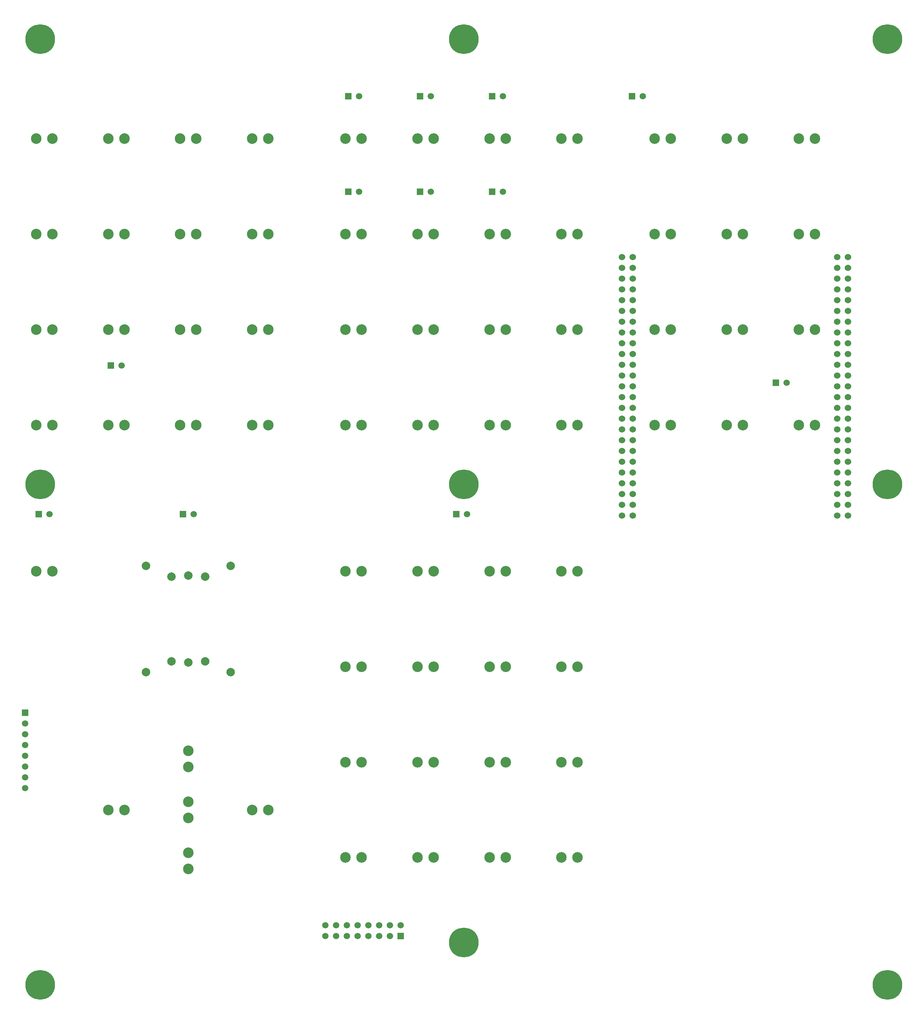
<source format=gbr>
%TF.GenerationSoftware,Altium Limited,Altium Designer,20.2.5 (213)*%
G04 Layer_Color=255*
%FSLAX45Y45*%
%MOMM*%
%TF.SameCoordinates,662F433C-BD6F-4083-8A0F-E7C0AAC1164F*%
%TF.FilePolarity,Positive*%
%TF.FileFunction,Pads,Bot*%
%TF.Part,Single*%
G01*
G75*
%TA.AperFunction,ComponentPad*%
%ADD21C,2.50000*%
%ADD22C,1.50000*%
%ADD23R,1.50000X1.50000*%
%ADD24C,1.52400*%
%ADD25R,1.50000X1.50000*%
%ADD26C,2.00000*%
%TA.AperFunction,ViaPad*%
%ADD27C,7.00000*%
D21*
X15410001Y20450000D02*
D03*
X15789999D02*
D03*
X18810001Y13700000D02*
D03*
X19189999D02*
D03*
X4400008Y4435000D02*
D03*
Y4815000D02*
D03*
X18810001Y15950000D02*
D03*
X19189999D02*
D03*
X18810001Y18200000D02*
D03*
X19189999D02*
D03*
X18810001Y20450000D02*
D03*
X19189999D02*
D03*
X17110001Y13700000D02*
D03*
X17489999D02*
D03*
X17110001Y15950000D02*
D03*
X17489999D02*
D03*
X17110001Y18200000D02*
D03*
X17489999D02*
D03*
X17110001Y20450000D02*
D03*
X17489999D02*
D03*
X15410001Y13700000D02*
D03*
X15789999D02*
D03*
X15410001Y15950000D02*
D03*
X15789999D02*
D03*
X15410001Y18200000D02*
D03*
X15789999D02*
D03*
X13210001Y13700000D02*
D03*
X13589999D02*
D03*
X11510000D02*
D03*
X11890000D02*
D03*
X9810000D02*
D03*
X10190000D02*
D03*
X8110000D02*
D03*
X8490000D02*
D03*
X13210001Y15950000D02*
D03*
X13589999D02*
D03*
X11510000D02*
D03*
X11890000D02*
D03*
X9810000D02*
D03*
X10190000D02*
D03*
X8110000D02*
D03*
X8490000D02*
D03*
X13210001Y18200000D02*
D03*
X13589999D02*
D03*
X11510000D02*
D03*
X11890000D02*
D03*
X9810000D02*
D03*
X10190000D02*
D03*
X8110000D02*
D03*
X8490000D02*
D03*
X13210001Y20450000D02*
D03*
X13589999D02*
D03*
X11510000D02*
D03*
X11890000D02*
D03*
X9810000D02*
D03*
X10190000D02*
D03*
X8110000D02*
D03*
X8490000D02*
D03*
X13210001Y10250000D02*
D03*
X13589999D02*
D03*
X13210001Y8000000D02*
D03*
X13589999D02*
D03*
X13210001Y5750000D02*
D03*
X13589999D02*
D03*
X13210001Y3500000D02*
D03*
X13589999D02*
D03*
X11510000D02*
D03*
X11890000D02*
D03*
X9810000D02*
D03*
X10190000D02*
D03*
X11510000Y10250000D02*
D03*
X11890000D02*
D03*
X9810000D02*
D03*
X10190000D02*
D03*
X8110000D02*
D03*
X8490000D02*
D03*
X11510000Y8000000D02*
D03*
X11890000D02*
D03*
X9810000D02*
D03*
X10190000D02*
D03*
X8110000D02*
D03*
X8490000D02*
D03*
X11510000Y5750000D02*
D03*
X11890000D02*
D03*
X9810000D02*
D03*
X10190000D02*
D03*
X8110000D02*
D03*
X8490000D02*
D03*
X8110000Y3500000D02*
D03*
X8490000D02*
D03*
X4400000Y3235000D02*
D03*
Y3615000D02*
D03*
Y5635000D02*
D03*
Y6015000D02*
D03*
X5910000Y4625000D02*
D03*
X6290000D02*
D03*
X2510000D02*
D03*
X2890000D02*
D03*
X810000Y10250000D02*
D03*
X1190000D02*
D03*
X5910000Y13700000D02*
D03*
X6290000D02*
D03*
X4210000D02*
D03*
X4590000D02*
D03*
X2510000D02*
D03*
X2890000D02*
D03*
X810000D02*
D03*
X1190000D02*
D03*
X5910000Y15950000D02*
D03*
X6290000D02*
D03*
X4210000D02*
D03*
X4590000D02*
D03*
X2510000D02*
D03*
X2890000D02*
D03*
X810000D02*
D03*
X1190000D02*
D03*
X5910000Y18200000D02*
D03*
X6290000D02*
D03*
X4210000D02*
D03*
X4590000D02*
D03*
X2510000D02*
D03*
X2890000D02*
D03*
X810000D02*
D03*
X1190000D02*
D03*
X5910000Y20450000D02*
D03*
X6290000D02*
D03*
X4210000D02*
D03*
X4590000D02*
D03*
X2510000D02*
D03*
X2890000D02*
D03*
X810000D02*
D03*
X1190000D02*
D03*
D22*
X2827000Y15100000D02*
D03*
X9416000Y1904000D02*
D03*
X9162000Y1650000D02*
D03*
Y1904000D02*
D03*
X8908000Y1650000D02*
D03*
Y1904000D02*
D03*
X8654000Y1650000D02*
D03*
Y1904000D02*
D03*
X8400000Y1650000D02*
D03*
Y1904000D02*
D03*
X8146000Y1650000D02*
D03*
Y1904000D02*
D03*
X7892000Y1650000D02*
D03*
Y1904000D02*
D03*
X7638000Y1650000D02*
D03*
Y1904000D02*
D03*
X550000Y6658000D02*
D03*
Y6404000D02*
D03*
Y6150000D02*
D03*
Y5896000D02*
D03*
Y5642000D02*
D03*
Y5388000D02*
D03*
Y5134000D02*
D03*
X10977000Y11600000D02*
D03*
X4527000D02*
D03*
X1127000D02*
D03*
X18527000Y14700000D02*
D03*
X11827000Y19200000D02*
D03*
X10127000D02*
D03*
X8427000D02*
D03*
X15127000Y21450000D02*
D03*
X11827000D02*
D03*
X10127000D02*
D03*
X8427000D02*
D03*
D23*
X2573000Y15100000D02*
D03*
X9416000Y1650000D02*
D03*
X10723000Y11600000D02*
D03*
X4273000D02*
D03*
X873000D02*
D03*
X18273000Y14700000D02*
D03*
X11573000Y19200000D02*
D03*
X9873000D02*
D03*
X8173000D02*
D03*
X14873000Y21450000D02*
D03*
X11573000D02*
D03*
X9873000D02*
D03*
X8173000D02*
D03*
D24*
X19967999Y17656000D02*
D03*
X19714000D02*
D03*
X19967999Y17402000D02*
D03*
X19714000D02*
D03*
X19967999Y17148000D02*
D03*
X19714000D02*
D03*
X19967999Y16894000D02*
D03*
X19714000D02*
D03*
X19967999Y16639999D02*
D03*
X19714000D02*
D03*
X19967999Y16386000D02*
D03*
X19714000D02*
D03*
X19967999Y16132001D02*
D03*
X19714000D02*
D03*
X19967999Y15878000D02*
D03*
X19714000D02*
D03*
X19967999Y15624001D02*
D03*
X19714000D02*
D03*
X19967999Y15370000D02*
D03*
X19714000D02*
D03*
X19967999Y15116000D02*
D03*
X19714000D02*
D03*
X19967999Y14862000D02*
D03*
X19714000D02*
D03*
X19967999Y14608000D02*
D03*
X19714000D02*
D03*
X19967999Y14353999D02*
D03*
X19714000D02*
D03*
X19967999Y14100000D02*
D03*
X19714000D02*
D03*
X19967999Y13846001D02*
D03*
X19714000D02*
D03*
X19967999Y13592000D02*
D03*
X19714000D02*
D03*
X19967999Y13338000D02*
D03*
X19714000D02*
D03*
X19967999Y13084000D02*
D03*
X19714000D02*
D03*
X19967999Y12830000D02*
D03*
X19714000D02*
D03*
X19967999Y12576000D02*
D03*
X19714000D02*
D03*
X19967999Y12322000D02*
D03*
X19714000D02*
D03*
X19967999Y12068000D02*
D03*
X19714000D02*
D03*
X19967999Y11814000D02*
D03*
X19714000D02*
D03*
X19967999Y11560000D02*
D03*
X19714000D02*
D03*
X14888000Y17656000D02*
D03*
X14634000D02*
D03*
X14888000Y17402000D02*
D03*
X14634000D02*
D03*
X14888000Y17148000D02*
D03*
X14634000D02*
D03*
X14888000Y16894000D02*
D03*
X14634000D02*
D03*
X14888000Y16639999D02*
D03*
X14634000D02*
D03*
X14888000Y16386000D02*
D03*
X14634000D02*
D03*
X14888000Y16132001D02*
D03*
X14634000D02*
D03*
X14888000Y15878000D02*
D03*
X14634000D02*
D03*
X14888000Y15624001D02*
D03*
X14634000D02*
D03*
X14888000Y15370000D02*
D03*
X14634000D02*
D03*
X14888000Y15116000D02*
D03*
X14634000D02*
D03*
X14888000Y14862000D02*
D03*
X14634000D02*
D03*
X14888000Y14608000D02*
D03*
X14634000D02*
D03*
X14888000Y14353999D02*
D03*
X14634000D02*
D03*
X14888000Y14100000D02*
D03*
X14634000D02*
D03*
X14888000Y13846001D02*
D03*
X14634000D02*
D03*
X14888000Y13592000D02*
D03*
X14634000D02*
D03*
X14888000Y13338000D02*
D03*
X14634000D02*
D03*
X14888000Y13084000D02*
D03*
X14634000D02*
D03*
X14888000Y12830000D02*
D03*
X14634000D02*
D03*
X14888000Y12576000D02*
D03*
X14634000D02*
D03*
X14888000Y12322000D02*
D03*
X14634000D02*
D03*
X14888000Y12068000D02*
D03*
X14634000D02*
D03*
X14888000Y11814000D02*
D03*
X14634000D02*
D03*
X14888000Y11560000D02*
D03*
X14634000D02*
D03*
D25*
X550000Y6912000D02*
D03*
D26*
X4800000Y8125000D02*
D03*
X4000000D02*
D03*
X4800000Y10125000D02*
D03*
X4000000D02*
D03*
X4400000Y8100000D02*
D03*
Y10150000D02*
D03*
X5400000Y10375000D02*
D03*
X3400000D02*
D03*
X5400000Y7875000D02*
D03*
X3400000D02*
D03*
D27*
X900000Y22800000D02*
D03*
Y12300000D02*
D03*
Y500000D02*
D03*
X10900000Y22800000D02*
D03*
Y12300000D02*
D03*
Y1500000D02*
D03*
X20900000Y500000D02*
D03*
Y12300000D02*
D03*
Y22800000D02*
D03*
%TF.MD5,8184d2989963817e4a8b8628d2d66f3b*%
M02*

</source>
